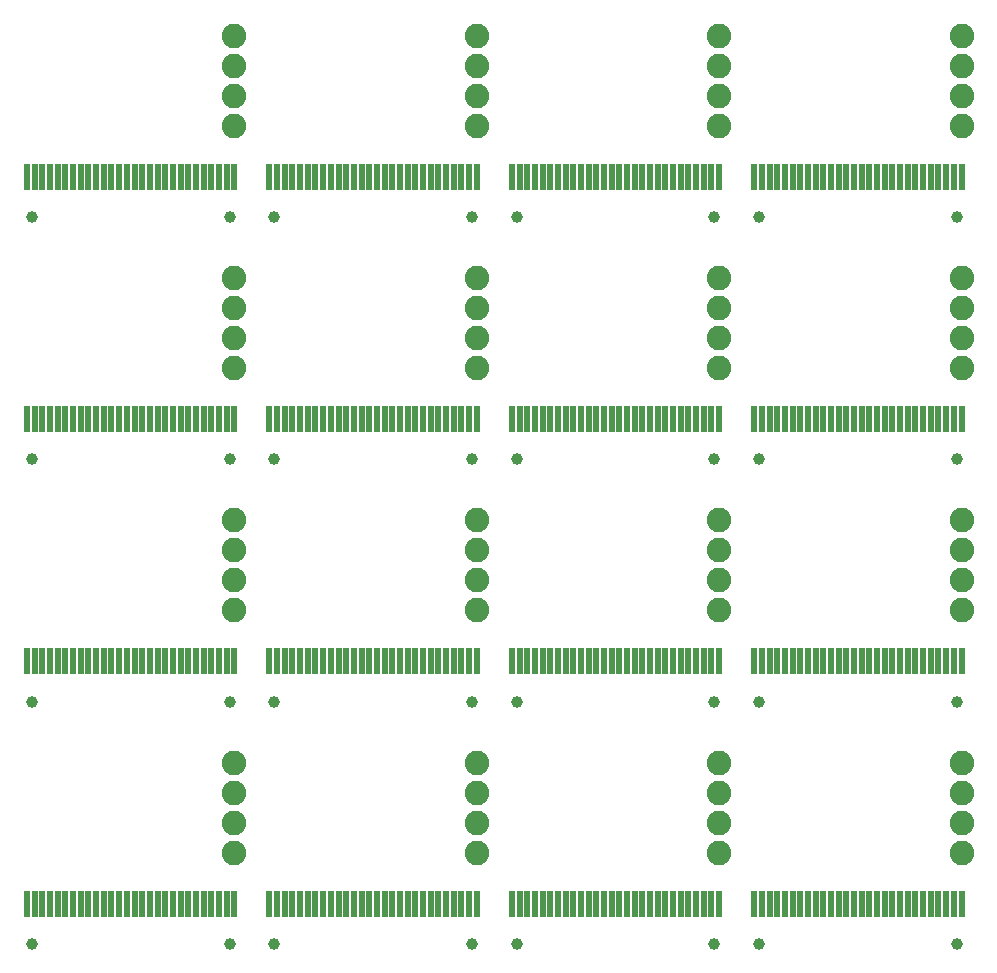
<source format=gbs>
G75*
%MOIN*%
%OFA0B0*%
%FSLAX25Y25*%
%IPPOS*%
%LPD*%
%AMOC8*
5,1,8,0,0,1.08239X$1,22.5*
%
%ADD10R,0.02178X0.08674*%
%ADD11C,0.03950*%
%ADD12C,0.08200*%
D10*
X0007406Y0108337D03*
X0009965Y0108337D03*
X0012524Y0108337D03*
X0015083Y0108337D03*
X0017642Y0108337D03*
X0020201Y0108337D03*
X0022760Y0108337D03*
X0025319Y0108337D03*
X0027878Y0108337D03*
X0030437Y0108337D03*
X0032996Y0108337D03*
X0035555Y0108337D03*
X0038114Y0108337D03*
X0040673Y0108337D03*
X0043232Y0108337D03*
X0045791Y0108337D03*
X0048350Y0108337D03*
X0050909Y0108337D03*
X0053469Y0108337D03*
X0056028Y0108337D03*
X0058587Y0108337D03*
X0061146Y0108337D03*
X0063705Y0108337D03*
X0066264Y0108337D03*
X0068823Y0108337D03*
X0071382Y0108337D03*
X0073941Y0108337D03*
X0076500Y0108337D03*
X0088206Y0108337D03*
X0090765Y0108337D03*
X0093324Y0108337D03*
X0095883Y0108337D03*
X0098442Y0108337D03*
X0101001Y0108337D03*
X0103560Y0108337D03*
X0106119Y0108337D03*
X0108678Y0108337D03*
X0111237Y0108337D03*
X0113796Y0108337D03*
X0116355Y0108337D03*
X0118914Y0108337D03*
X0121473Y0108337D03*
X0124032Y0108337D03*
X0126591Y0108337D03*
X0129150Y0108337D03*
X0131709Y0108337D03*
X0134269Y0108337D03*
X0136828Y0108337D03*
X0139387Y0108337D03*
X0141946Y0108337D03*
X0144505Y0108337D03*
X0147064Y0108337D03*
X0149623Y0108337D03*
X0152182Y0108337D03*
X0154741Y0108337D03*
X0157300Y0108337D03*
X0169006Y0108337D03*
X0171565Y0108337D03*
X0174124Y0108337D03*
X0176683Y0108337D03*
X0179242Y0108337D03*
X0181801Y0108337D03*
X0184360Y0108337D03*
X0186919Y0108337D03*
X0189478Y0108337D03*
X0192037Y0108337D03*
X0194596Y0108337D03*
X0197155Y0108337D03*
X0199714Y0108337D03*
X0202273Y0108337D03*
X0204832Y0108337D03*
X0207391Y0108337D03*
X0209950Y0108337D03*
X0212509Y0108337D03*
X0215069Y0108337D03*
X0217628Y0108337D03*
X0220187Y0108337D03*
X0222746Y0108337D03*
X0225305Y0108337D03*
X0227864Y0108337D03*
X0230423Y0108337D03*
X0232982Y0108337D03*
X0235541Y0108337D03*
X0238100Y0108337D03*
X0249806Y0108337D03*
X0252365Y0108337D03*
X0254924Y0108337D03*
X0257483Y0108337D03*
X0260042Y0108337D03*
X0262601Y0108337D03*
X0265160Y0108337D03*
X0267719Y0108337D03*
X0270278Y0108337D03*
X0272837Y0108337D03*
X0275396Y0108337D03*
X0277955Y0108337D03*
X0280514Y0108337D03*
X0283073Y0108337D03*
X0285632Y0108337D03*
X0288191Y0108337D03*
X0290750Y0108337D03*
X0293309Y0108337D03*
X0295869Y0108337D03*
X0298428Y0108337D03*
X0300987Y0108337D03*
X0303546Y0108337D03*
X0306105Y0108337D03*
X0308664Y0108337D03*
X0311223Y0108337D03*
X0313782Y0108337D03*
X0316341Y0108337D03*
X0318900Y0108337D03*
X0318900Y0189137D03*
X0316341Y0189137D03*
X0313782Y0189137D03*
X0311223Y0189137D03*
X0308664Y0189137D03*
X0306105Y0189137D03*
X0303546Y0189137D03*
X0300987Y0189137D03*
X0298428Y0189137D03*
X0295869Y0189137D03*
X0293309Y0189137D03*
X0290750Y0189137D03*
X0288191Y0189137D03*
X0285632Y0189137D03*
X0283073Y0189137D03*
X0280514Y0189137D03*
X0277955Y0189137D03*
X0275396Y0189137D03*
X0272837Y0189137D03*
X0270278Y0189137D03*
X0267719Y0189137D03*
X0265160Y0189137D03*
X0262601Y0189137D03*
X0260042Y0189137D03*
X0257483Y0189137D03*
X0254924Y0189137D03*
X0252365Y0189137D03*
X0249806Y0189137D03*
X0238100Y0189137D03*
X0235541Y0189137D03*
X0232982Y0189137D03*
X0230423Y0189137D03*
X0227864Y0189137D03*
X0225305Y0189137D03*
X0222746Y0189137D03*
X0220187Y0189137D03*
X0217628Y0189137D03*
X0215069Y0189137D03*
X0212509Y0189137D03*
X0209950Y0189137D03*
X0207391Y0189137D03*
X0204832Y0189137D03*
X0202273Y0189137D03*
X0199714Y0189137D03*
X0197155Y0189137D03*
X0194596Y0189137D03*
X0192037Y0189137D03*
X0189478Y0189137D03*
X0186919Y0189137D03*
X0184360Y0189137D03*
X0181801Y0189137D03*
X0179242Y0189137D03*
X0176683Y0189137D03*
X0174124Y0189137D03*
X0171565Y0189137D03*
X0169006Y0189137D03*
X0157300Y0189137D03*
X0154741Y0189137D03*
X0152182Y0189137D03*
X0149623Y0189137D03*
X0147064Y0189137D03*
X0144505Y0189137D03*
X0141946Y0189137D03*
X0139387Y0189137D03*
X0136828Y0189137D03*
X0134269Y0189137D03*
X0131709Y0189137D03*
X0129150Y0189137D03*
X0126591Y0189137D03*
X0124032Y0189137D03*
X0121473Y0189137D03*
X0118914Y0189137D03*
X0116355Y0189137D03*
X0113796Y0189137D03*
X0111237Y0189137D03*
X0108678Y0189137D03*
X0106119Y0189137D03*
X0103560Y0189137D03*
X0101001Y0189137D03*
X0098442Y0189137D03*
X0095883Y0189137D03*
X0093324Y0189137D03*
X0090765Y0189137D03*
X0088206Y0189137D03*
X0076500Y0189137D03*
X0073941Y0189137D03*
X0071382Y0189137D03*
X0068823Y0189137D03*
X0066264Y0189137D03*
X0063705Y0189137D03*
X0061146Y0189137D03*
X0058587Y0189137D03*
X0056028Y0189137D03*
X0053469Y0189137D03*
X0050909Y0189137D03*
X0048350Y0189137D03*
X0045791Y0189137D03*
X0043232Y0189137D03*
X0040673Y0189137D03*
X0038114Y0189137D03*
X0035555Y0189137D03*
X0032996Y0189137D03*
X0030437Y0189137D03*
X0027878Y0189137D03*
X0025319Y0189137D03*
X0022760Y0189137D03*
X0020201Y0189137D03*
X0017642Y0189137D03*
X0015083Y0189137D03*
X0012524Y0189137D03*
X0009965Y0189137D03*
X0007406Y0189137D03*
X0007406Y0269937D03*
X0009965Y0269937D03*
X0012524Y0269937D03*
X0015083Y0269937D03*
X0017642Y0269937D03*
X0020201Y0269937D03*
X0022760Y0269937D03*
X0025319Y0269937D03*
X0027878Y0269937D03*
X0030437Y0269937D03*
X0032996Y0269937D03*
X0035555Y0269937D03*
X0038114Y0269937D03*
X0040673Y0269937D03*
X0043232Y0269937D03*
X0045791Y0269937D03*
X0048350Y0269937D03*
X0050909Y0269937D03*
X0053469Y0269937D03*
X0056028Y0269937D03*
X0058587Y0269937D03*
X0061146Y0269937D03*
X0063705Y0269937D03*
X0066264Y0269937D03*
X0068823Y0269937D03*
X0071382Y0269937D03*
X0073941Y0269937D03*
X0076500Y0269937D03*
X0088206Y0269937D03*
X0090765Y0269937D03*
X0093324Y0269937D03*
X0095883Y0269937D03*
X0098442Y0269937D03*
X0101001Y0269937D03*
X0103560Y0269937D03*
X0106119Y0269937D03*
X0108678Y0269937D03*
X0111237Y0269937D03*
X0113796Y0269937D03*
X0116355Y0269937D03*
X0118914Y0269937D03*
X0121473Y0269937D03*
X0124032Y0269937D03*
X0126591Y0269937D03*
X0129150Y0269937D03*
X0131709Y0269937D03*
X0134269Y0269937D03*
X0136828Y0269937D03*
X0139387Y0269937D03*
X0141946Y0269937D03*
X0144505Y0269937D03*
X0147064Y0269937D03*
X0149623Y0269937D03*
X0152182Y0269937D03*
X0154741Y0269937D03*
X0157300Y0269937D03*
X0169006Y0269937D03*
X0171565Y0269937D03*
X0174124Y0269937D03*
X0176683Y0269937D03*
X0179242Y0269937D03*
X0181801Y0269937D03*
X0184360Y0269937D03*
X0186919Y0269937D03*
X0189478Y0269937D03*
X0192037Y0269937D03*
X0194596Y0269937D03*
X0197155Y0269937D03*
X0199714Y0269937D03*
X0202273Y0269937D03*
X0204832Y0269937D03*
X0207391Y0269937D03*
X0209950Y0269937D03*
X0212509Y0269937D03*
X0215069Y0269937D03*
X0217628Y0269937D03*
X0220187Y0269937D03*
X0222746Y0269937D03*
X0225305Y0269937D03*
X0227864Y0269937D03*
X0230423Y0269937D03*
X0232982Y0269937D03*
X0235541Y0269937D03*
X0238100Y0269937D03*
X0249806Y0269937D03*
X0252365Y0269937D03*
X0254924Y0269937D03*
X0257483Y0269937D03*
X0260042Y0269937D03*
X0262601Y0269937D03*
X0265160Y0269937D03*
X0267719Y0269937D03*
X0270278Y0269937D03*
X0272837Y0269937D03*
X0275396Y0269937D03*
X0277955Y0269937D03*
X0280514Y0269937D03*
X0283073Y0269937D03*
X0285632Y0269937D03*
X0288191Y0269937D03*
X0290750Y0269937D03*
X0293309Y0269937D03*
X0295869Y0269937D03*
X0298428Y0269937D03*
X0300987Y0269937D03*
X0303546Y0269937D03*
X0306105Y0269937D03*
X0308664Y0269937D03*
X0311223Y0269937D03*
X0313782Y0269937D03*
X0316341Y0269937D03*
X0318900Y0269937D03*
X0318900Y0350714D03*
X0316341Y0350714D03*
X0313782Y0350714D03*
X0311223Y0350714D03*
X0308664Y0350714D03*
X0306105Y0350714D03*
X0303546Y0350714D03*
X0300987Y0350714D03*
X0298428Y0350714D03*
X0295869Y0350714D03*
X0293309Y0350714D03*
X0290750Y0350714D03*
X0288191Y0350714D03*
X0285632Y0350714D03*
X0283073Y0350714D03*
X0280514Y0350714D03*
X0277955Y0350714D03*
X0275396Y0350714D03*
X0272837Y0350714D03*
X0270278Y0350714D03*
X0267719Y0350714D03*
X0265160Y0350714D03*
X0262601Y0350714D03*
X0260042Y0350714D03*
X0257483Y0350714D03*
X0254924Y0350714D03*
X0252365Y0350714D03*
X0249806Y0350714D03*
X0238100Y0350714D03*
X0235541Y0350714D03*
X0232982Y0350714D03*
X0230423Y0350714D03*
X0227864Y0350714D03*
X0225305Y0350714D03*
X0222746Y0350714D03*
X0220187Y0350714D03*
X0217628Y0350714D03*
X0215069Y0350714D03*
X0212509Y0350714D03*
X0209950Y0350714D03*
X0207391Y0350714D03*
X0204832Y0350714D03*
X0202273Y0350714D03*
X0199714Y0350714D03*
X0197155Y0350714D03*
X0194596Y0350714D03*
X0192037Y0350714D03*
X0189478Y0350714D03*
X0186919Y0350714D03*
X0184360Y0350714D03*
X0181801Y0350714D03*
X0179242Y0350714D03*
X0176683Y0350714D03*
X0174124Y0350714D03*
X0171565Y0350714D03*
X0169006Y0350714D03*
X0157300Y0350714D03*
X0154741Y0350714D03*
X0152182Y0350714D03*
X0149623Y0350714D03*
X0147064Y0350714D03*
X0144505Y0350714D03*
X0141946Y0350714D03*
X0139387Y0350714D03*
X0136828Y0350714D03*
X0134269Y0350714D03*
X0131709Y0350714D03*
X0129150Y0350714D03*
X0126591Y0350714D03*
X0124032Y0350714D03*
X0121473Y0350714D03*
X0118914Y0350714D03*
X0116355Y0350714D03*
X0113796Y0350714D03*
X0111237Y0350714D03*
X0108678Y0350714D03*
X0106119Y0350714D03*
X0103560Y0350714D03*
X0101001Y0350714D03*
X0098442Y0350714D03*
X0095883Y0350714D03*
X0093324Y0350714D03*
X0090765Y0350714D03*
X0088206Y0350714D03*
X0076500Y0350714D03*
X0073941Y0350714D03*
X0071382Y0350714D03*
X0068823Y0350714D03*
X0066264Y0350714D03*
X0063705Y0350714D03*
X0061146Y0350714D03*
X0058587Y0350714D03*
X0056028Y0350714D03*
X0053469Y0350714D03*
X0050909Y0350714D03*
X0048350Y0350714D03*
X0045791Y0350714D03*
X0043232Y0350714D03*
X0040673Y0350714D03*
X0038114Y0350714D03*
X0035555Y0350714D03*
X0032996Y0350714D03*
X0030437Y0350714D03*
X0027878Y0350714D03*
X0025319Y0350714D03*
X0022760Y0350714D03*
X0020201Y0350714D03*
X0017642Y0350714D03*
X0015083Y0350714D03*
X0012524Y0350714D03*
X0009965Y0350714D03*
X0007406Y0350714D03*
D11*
X0008980Y0094951D03*
X0074925Y0094951D03*
X0089780Y0094951D03*
X0155725Y0094951D03*
X0170580Y0094951D03*
X0236525Y0094951D03*
X0251380Y0094951D03*
X0317325Y0094951D03*
X0317325Y0175751D03*
X0251380Y0175751D03*
X0236525Y0175751D03*
X0170580Y0175751D03*
X0155725Y0175751D03*
X0089780Y0175751D03*
X0074925Y0175751D03*
X0008980Y0175751D03*
X0008980Y0256551D03*
X0074925Y0256551D03*
X0089780Y0256551D03*
X0155725Y0256551D03*
X0170580Y0256551D03*
X0236525Y0256551D03*
X0251380Y0256551D03*
X0317325Y0256551D03*
X0317325Y0337328D03*
X0251380Y0337328D03*
X0236525Y0337328D03*
X0170580Y0337328D03*
X0155725Y0337328D03*
X0089780Y0337328D03*
X0074925Y0337328D03*
X0008980Y0337328D03*
D12*
X0076500Y0316937D03*
X0076500Y0306937D03*
X0076500Y0296937D03*
X0076500Y0286937D03*
X0076500Y0236137D03*
X0076500Y0226137D03*
X0076500Y0216137D03*
X0076500Y0206137D03*
X0076500Y0155337D03*
X0076500Y0145337D03*
X0076500Y0135337D03*
X0076500Y0125337D03*
X0157300Y0125337D03*
X0157300Y0135337D03*
X0157300Y0145337D03*
X0157300Y0155337D03*
X0157300Y0206137D03*
X0157300Y0216137D03*
X0157300Y0226137D03*
X0157300Y0236137D03*
X0157300Y0286937D03*
X0157300Y0296937D03*
X0157300Y0306937D03*
X0157300Y0316937D03*
X0157300Y0367714D03*
X0157300Y0377714D03*
X0157300Y0387714D03*
X0157300Y0397714D03*
X0238100Y0397714D03*
X0238100Y0387714D03*
X0238100Y0377714D03*
X0238100Y0367714D03*
X0238100Y0316937D03*
X0238100Y0306937D03*
X0238100Y0296937D03*
X0238100Y0286937D03*
X0238100Y0236137D03*
X0238100Y0226137D03*
X0238100Y0216137D03*
X0238100Y0206137D03*
X0238100Y0155337D03*
X0238100Y0145337D03*
X0238100Y0135337D03*
X0238100Y0125337D03*
X0318900Y0125337D03*
X0318900Y0135337D03*
X0318900Y0145337D03*
X0318900Y0155337D03*
X0318900Y0206137D03*
X0318900Y0216137D03*
X0318900Y0226137D03*
X0318900Y0236137D03*
X0318900Y0286937D03*
X0318900Y0296937D03*
X0318900Y0306937D03*
X0318900Y0316937D03*
X0318900Y0367714D03*
X0318900Y0377714D03*
X0318900Y0387714D03*
X0318900Y0397714D03*
X0076500Y0397714D03*
X0076500Y0387714D03*
X0076500Y0377714D03*
X0076500Y0367714D03*
M02*

</source>
